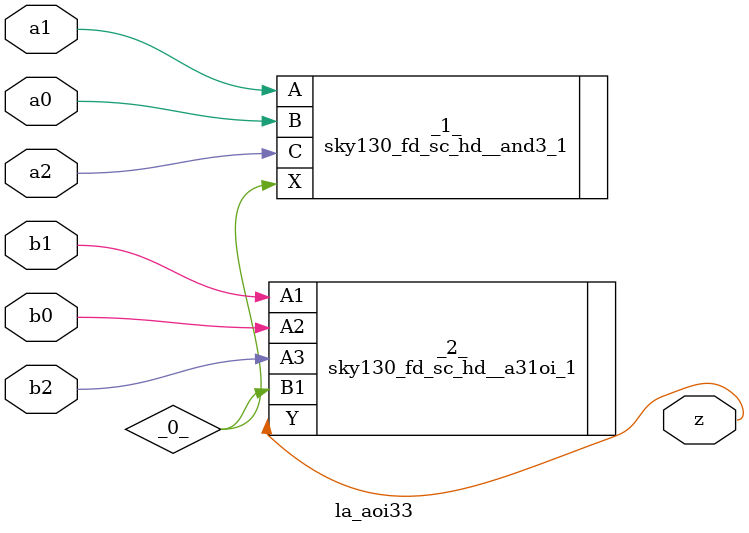
<source format=v>
/* Generated by Yosys 0.37 (git sha1 a5c7f69ed, clang 14.0.0-1ubuntu1.1 -fPIC -Os) */

module la_aoi33(a0, a1, a2, b0, b1, b2, z);
  wire _0_;
  input a0;
  wire a0;
  input a1;
  wire a1;
  input a2;
  wire a2;
  input b0;
  wire b0;
  input b1;
  wire b1;
  input b2;
  wire b2;
  output z;
  wire z;
  sky130_fd_sc_hd__and3_1 _1_ (
    .A(a1),
    .B(a0),
    .C(a2),
    .X(_0_)
  );
  sky130_fd_sc_hd__a31oi_1 _2_ (
    .A1(b1),
    .A2(b0),
    .A3(b2),
    .B1(_0_),
    .Y(z)
  );
endmodule

</source>
